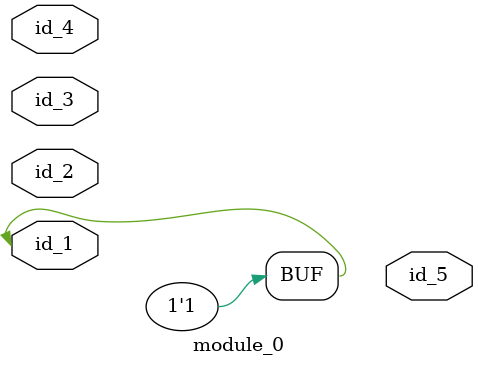
<source format=v>
`timescale 1ps / 1ps
module module_0 (
    id_1,
    id_2,
    id_3,
    id_4,
    id_5
);
  output id_5;
  inout id_4;
  input id_3;
  input id_2;
  inout id_1;
  generate
    assign id_1 = 1;
  endgenerate
endmodule

</source>
